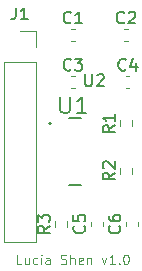
<source format=gbr>
%TF.GenerationSoftware,KiCad,Pcbnew,9.0.6*%
%TF.CreationDate,2026-02-16T11:15:55-08:00*%
%TF.ProjectId,sensor_ppg,73656e73-6f72-45f7-9070-672e6b696361,rev?*%
%TF.SameCoordinates,Original*%
%TF.FileFunction,Legend,Top*%
%TF.FilePolarity,Positive*%
%FSLAX46Y46*%
G04 Gerber Fmt 4.6, Leading zero omitted, Abs format (unit mm)*
G04 Created by KiCad (PCBNEW 9.0.6) date 2026-02-16 11:15:55*
%MOMM*%
%LPD*%
G01*
G04 APERTURE LIST*
%ADD10C,0.100000*%
%ADD11C,0.150000*%
%ADD12C,0.120000*%
%ADD13C,0.127000*%
%ADD14C,0.200000*%
G04 APERTURE END LIST*
D10*
X124137217Y-99896895D02*
X123756265Y-99896895D01*
X123756265Y-99896895D02*
X123756265Y-99096895D01*
X124746741Y-99363561D02*
X124746741Y-99896895D01*
X124403884Y-99363561D02*
X124403884Y-99782609D01*
X124403884Y-99782609D02*
X124441979Y-99858800D01*
X124441979Y-99858800D02*
X124518169Y-99896895D01*
X124518169Y-99896895D02*
X124632455Y-99896895D01*
X124632455Y-99896895D02*
X124708646Y-99858800D01*
X124708646Y-99858800D02*
X124746741Y-99820704D01*
X125470551Y-99858800D02*
X125394360Y-99896895D01*
X125394360Y-99896895D02*
X125241979Y-99896895D01*
X125241979Y-99896895D02*
X125165789Y-99858800D01*
X125165789Y-99858800D02*
X125127694Y-99820704D01*
X125127694Y-99820704D02*
X125089598Y-99744514D01*
X125089598Y-99744514D02*
X125089598Y-99515942D01*
X125089598Y-99515942D02*
X125127694Y-99439752D01*
X125127694Y-99439752D02*
X125165789Y-99401657D01*
X125165789Y-99401657D02*
X125241979Y-99363561D01*
X125241979Y-99363561D02*
X125394360Y-99363561D01*
X125394360Y-99363561D02*
X125470551Y-99401657D01*
X125813408Y-99896895D02*
X125813408Y-99363561D01*
X125813408Y-99096895D02*
X125775312Y-99134990D01*
X125775312Y-99134990D02*
X125813408Y-99173085D01*
X125813408Y-99173085D02*
X125851503Y-99134990D01*
X125851503Y-99134990D02*
X125813408Y-99096895D01*
X125813408Y-99096895D02*
X125813408Y-99173085D01*
X126537217Y-99896895D02*
X126537217Y-99477847D01*
X126537217Y-99477847D02*
X126499122Y-99401657D01*
X126499122Y-99401657D02*
X126422931Y-99363561D01*
X126422931Y-99363561D02*
X126270550Y-99363561D01*
X126270550Y-99363561D02*
X126194360Y-99401657D01*
X126537217Y-99858800D02*
X126461026Y-99896895D01*
X126461026Y-99896895D02*
X126270550Y-99896895D01*
X126270550Y-99896895D02*
X126194360Y-99858800D01*
X126194360Y-99858800D02*
X126156264Y-99782609D01*
X126156264Y-99782609D02*
X126156264Y-99706419D01*
X126156264Y-99706419D02*
X126194360Y-99630228D01*
X126194360Y-99630228D02*
X126270550Y-99592133D01*
X126270550Y-99592133D02*
X126461026Y-99592133D01*
X126461026Y-99592133D02*
X126537217Y-99554038D01*
X127489598Y-99858800D02*
X127603884Y-99896895D01*
X127603884Y-99896895D02*
X127794360Y-99896895D01*
X127794360Y-99896895D02*
X127870551Y-99858800D01*
X127870551Y-99858800D02*
X127908646Y-99820704D01*
X127908646Y-99820704D02*
X127946741Y-99744514D01*
X127946741Y-99744514D02*
X127946741Y-99668323D01*
X127946741Y-99668323D02*
X127908646Y-99592133D01*
X127908646Y-99592133D02*
X127870551Y-99554038D01*
X127870551Y-99554038D02*
X127794360Y-99515942D01*
X127794360Y-99515942D02*
X127641979Y-99477847D01*
X127641979Y-99477847D02*
X127565789Y-99439752D01*
X127565789Y-99439752D02*
X127527694Y-99401657D01*
X127527694Y-99401657D02*
X127489598Y-99325466D01*
X127489598Y-99325466D02*
X127489598Y-99249276D01*
X127489598Y-99249276D02*
X127527694Y-99173085D01*
X127527694Y-99173085D02*
X127565789Y-99134990D01*
X127565789Y-99134990D02*
X127641979Y-99096895D01*
X127641979Y-99096895D02*
X127832456Y-99096895D01*
X127832456Y-99096895D02*
X127946741Y-99134990D01*
X128289599Y-99896895D02*
X128289599Y-99096895D01*
X128632456Y-99896895D02*
X128632456Y-99477847D01*
X128632456Y-99477847D02*
X128594361Y-99401657D01*
X128594361Y-99401657D02*
X128518170Y-99363561D01*
X128518170Y-99363561D02*
X128403884Y-99363561D01*
X128403884Y-99363561D02*
X128327694Y-99401657D01*
X128327694Y-99401657D02*
X128289599Y-99439752D01*
X129318171Y-99858800D02*
X129241980Y-99896895D01*
X129241980Y-99896895D02*
X129089599Y-99896895D01*
X129089599Y-99896895D02*
X129013409Y-99858800D01*
X129013409Y-99858800D02*
X128975313Y-99782609D01*
X128975313Y-99782609D02*
X128975313Y-99477847D01*
X128975313Y-99477847D02*
X129013409Y-99401657D01*
X129013409Y-99401657D02*
X129089599Y-99363561D01*
X129089599Y-99363561D02*
X129241980Y-99363561D01*
X129241980Y-99363561D02*
X129318171Y-99401657D01*
X129318171Y-99401657D02*
X129356266Y-99477847D01*
X129356266Y-99477847D02*
X129356266Y-99554038D01*
X129356266Y-99554038D02*
X128975313Y-99630228D01*
X129699123Y-99363561D02*
X129699123Y-99896895D01*
X129699123Y-99439752D02*
X129737218Y-99401657D01*
X129737218Y-99401657D02*
X129813408Y-99363561D01*
X129813408Y-99363561D02*
X129927694Y-99363561D01*
X129927694Y-99363561D02*
X130003885Y-99401657D01*
X130003885Y-99401657D02*
X130041980Y-99477847D01*
X130041980Y-99477847D02*
X130041980Y-99896895D01*
X130956266Y-99363561D02*
X131146742Y-99896895D01*
X131146742Y-99896895D02*
X131337219Y-99363561D01*
X132061028Y-99896895D02*
X131603885Y-99896895D01*
X131832457Y-99896895D02*
X131832457Y-99096895D01*
X131832457Y-99096895D02*
X131756266Y-99211180D01*
X131756266Y-99211180D02*
X131680076Y-99287371D01*
X131680076Y-99287371D02*
X131603885Y-99325466D01*
X132403886Y-99820704D02*
X132441981Y-99858800D01*
X132441981Y-99858800D02*
X132403886Y-99896895D01*
X132403886Y-99896895D02*
X132365790Y-99858800D01*
X132365790Y-99858800D02*
X132403886Y-99820704D01*
X132403886Y-99820704D02*
X132403886Y-99896895D01*
X132937219Y-99096895D02*
X133013409Y-99096895D01*
X133013409Y-99096895D02*
X133089600Y-99134990D01*
X133089600Y-99134990D02*
X133127695Y-99173085D01*
X133127695Y-99173085D02*
X133165790Y-99249276D01*
X133165790Y-99249276D02*
X133203885Y-99401657D01*
X133203885Y-99401657D02*
X133203885Y-99592133D01*
X133203885Y-99592133D02*
X133165790Y-99744514D01*
X133165790Y-99744514D02*
X133127695Y-99820704D01*
X133127695Y-99820704D02*
X133089600Y-99858800D01*
X133089600Y-99858800D02*
X133013409Y-99896895D01*
X133013409Y-99896895D02*
X132937219Y-99896895D01*
X132937219Y-99896895D02*
X132861028Y-99858800D01*
X132861028Y-99858800D02*
X132822933Y-99820704D01*
X132822933Y-99820704D02*
X132784838Y-99744514D01*
X132784838Y-99744514D02*
X132746742Y-99592133D01*
X132746742Y-99592133D02*
X132746742Y-99401657D01*
X132746742Y-99401657D02*
X132784838Y-99249276D01*
X132784838Y-99249276D02*
X132822933Y-99173085D01*
X132822933Y-99173085D02*
X132861028Y-99134990D01*
X132861028Y-99134990D02*
X132937219Y-99096895D01*
D11*
X132024819Y-92166666D02*
X131548628Y-92499999D01*
X132024819Y-92738094D02*
X131024819Y-92738094D01*
X131024819Y-92738094D02*
X131024819Y-92357142D01*
X131024819Y-92357142D02*
X131072438Y-92261904D01*
X131072438Y-92261904D02*
X131120057Y-92214285D01*
X131120057Y-92214285D02*
X131215295Y-92166666D01*
X131215295Y-92166666D02*
X131358152Y-92166666D01*
X131358152Y-92166666D02*
X131453390Y-92214285D01*
X131453390Y-92214285D02*
X131501009Y-92261904D01*
X131501009Y-92261904D02*
X131548628Y-92357142D01*
X131548628Y-92357142D02*
X131548628Y-92738094D01*
X131120057Y-91785713D02*
X131072438Y-91738094D01*
X131072438Y-91738094D02*
X131024819Y-91642856D01*
X131024819Y-91642856D02*
X131024819Y-91404761D01*
X131024819Y-91404761D02*
X131072438Y-91309523D01*
X131072438Y-91309523D02*
X131120057Y-91261904D01*
X131120057Y-91261904D02*
X131215295Y-91214285D01*
X131215295Y-91214285D02*
X131310533Y-91214285D01*
X131310533Y-91214285D02*
X131453390Y-91261904D01*
X131453390Y-91261904D02*
X132024819Y-91833332D01*
X132024819Y-91833332D02*
X132024819Y-91214285D01*
X132024819Y-88166666D02*
X131548628Y-88499999D01*
X132024819Y-88738094D02*
X131024819Y-88738094D01*
X131024819Y-88738094D02*
X131024819Y-88357142D01*
X131024819Y-88357142D02*
X131072438Y-88261904D01*
X131072438Y-88261904D02*
X131120057Y-88214285D01*
X131120057Y-88214285D02*
X131215295Y-88166666D01*
X131215295Y-88166666D02*
X131358152Y-88166666D01*
X131358152Y-88166666D02*
X131453390Y-88214285D01*
X131453390Y-88214285D02*
X131501009Y-88261904D01*
X131501009Y-88261904D02*
X131548628Y-88357142D01*
X131548628Y-88357142D02*
X131548628Y-88738094D01*
X132024819Y-87214285D02*
X132024819Y-87785713D01*
X132024819Y-87499999D02*
X131024819Y-87499999D01*
X131024819Y-87499999D02*
X131167676Y-87595237D01*
X131167676Y-87595237D02*
X131262914Y-87690475D01*
X131262914Y-87690475D02*
X131310533Y-87785713D01*
X128333333Y-79429580D02*
X128285714Y-79477200D01*
X128285714Y-79477200D02*
X128142857Y-79524819D01*
X128142857Y-79524819D02*
X128047619Y-79524819D01*
X128047619Y-79524819D02*
X127904762Y-79477200D01*
X127904762Y-79477200D02*
X127809524Y-79381961D01*
X127809524Y-79381961D02*
X127761905Y-79286723D01*
X127761905Y-79286723D02*
X127714286Y-79096247D01*
X127714286Y-79096247D02*
X127714286Y-78953390D01*
X127714286Y-78953390D02*
X127761905Y-78762914D01*
X127761905Y-78762914D02*
X127809524Y-78667676D01*
X127809524Y-78667676D02*
X127904762Y-78572438D01*
X127904762Y-78572438D02*
X128047619Y-78524819D01*
X128047619Y-78524819D02*
X128142857Y-78524819D01*
X128142857Y-78524819D02*
X128285714Y-78572438D01*
X128285714Y-78572438D02*
X128333333Y-78620057D01*
X129285714Y-79524819D02*
X128714286Y-79524819D01*
X129000000Y-79524819D02*
X129000000Y-78524819D01*
X129000000Y-78524819D02*
X128904762Y-78667676D01*
X128904762Y-78667676D02*
X128809524Y-78762914D01*
X128809524Y-78762914D02*
X128714286Y-78810533D01*
X123666666Y-78184819D02*
X123666666Y-78899104D01*
X123666666Y-78899104D02*
X123619047Y-79041961D01*
X123619047Y-79041961D02*
X123523809Y-79137200D01*
X123523809Y-79137200D02*
X123380952Y-79184819D01*
X123380952Y-79184819D02*
X123285714Y-79184819D01*
X124666666Y-79184819D02*
X124095238Y-79184819D01*
X124380952Y-79184819D02*
X124380952Y-78184819D01*
X124380952Y-78184819D02*
X124285714Y-78327676D01*
X124285714Y-78327676D02*
X124190476Y-78422914D01*
X124190476Y-78422914D02*
X124095238Y-78470533D01*
X126524819Y-96666666D02*
X126048628Y-96999999D01*
X126524819Y-97238094D02*
X125524819Y-97238094D01*
X125524819Y-97238094D02*
X125524819Y-96857142D01*
X125524819Y-96857142D02*
X125572438Y-96761904D01*
X125572438Y-96761904D02*
X125620057Y-96714285D01*
X125620057Y-96714285D02*
X125715295Y-96666666D01*
X125715295Y-96666666D02*
X125858152Y-96666666D01*
X125858152Y-96666666D02*
X125953390Y-96714285D01*
X125953390Y-96714285D02*
X126001009Y-96761904D01*
X126001009Y-96761904D02*
X126048628Y-96857142D01*
X126048628Y-96857142D02*
X126048628Y-97238094D01*
X125524819Y-96333332D02*
X125524819Y-95714285D01*
X125524819Y-95714285D02*
X125905771Y-96047618D01*
X125905771Y-96047618D02*
X125905771Y-95904761D01*
X125905771Y-95904761D02*
X125953390Y-95809523D01*
X125953390Y-95809523D02*
X126001009Y-95761904D01*
X126001009Y-95761904D02*
X126096247Y-95714285D01*
X126096247Y-95714285D02*
X126334342Y-95714285D01*
X126334342Y-95714285D02*
X126429580Y-95761904D01*
X126429580Y-95761904D02*
X126477200Y-95809523D01*
X126477200Y-95809523D02*
X126524819Y-95904761D01*
X126524819Y-95904761D02*
X126524819Y-96190475D01*
X126524819Y-96190475D02*
X126477200Y-96285713D01*
X126477200Y-96285713D02*
X126429580Y-96333332D01*
X132429580Y-96666666D02*
X132477200Y-96714285D01*
X132477200Y-96714285D02*
X132524819Y-96857142D01*
X132524819Y-96857142D02*
X132524819Y-96952380D01*
X132524819Y-96952380D02*
X132477200Y-97095237D01*
X132477200Y-97095237D02*
X132381961Y-97190475D01*
X132381961Y-97190475D02*
X132286723Y-97238094D01*
X132286723Y-97238094D02*
X132096247Y-97285713D01*
X132096247Y-97285713D02*
X131953390Y-97285713D01*
X131953390Y-97285713D02*
X131762914Y-97238094D01*
X131762914Y-97238094D02*
X131667676Y-97190475D01*
X131667676Y-97190475D02*
X131572438Y-97095237D01*
X131572438Y-97095237D02*
X131524819Y-96952380D01*
X131524819Y-96952380D02*
X131524819Y-96857142D01*
X131524819Y-96857142D02*
X131572438Y-96714285D01*
X131572438Y-96714285D02*
X131620057Y-96666666D01*
X131524819Y-95809523D02*
X131524819Y-95999999D01*
X131524819Y-95999999D02*
X131572438Y-96095237D01*
X131572438Y-96095237D02*
X131620057Y-96142856D01*
X131620057Y-96142856D02*
X131762914Y-96238094D01*
X131762914Y-96238094D02*
X131953390Y-96285713D01*
X131953390Y-96285713D02*
X132334342Y-96285713D01*
X132334342Y-96285713D02*
X132429580Y-96238094D01*
X132429580Y-96238094D02*
X132477200Y-96190475D01*
X132477200Y-96190475D02*
X132524819Y-96095237D01*
X132524819Y-96095237D02*
X132524819Y-95904761D01*
X132524819Y-95904761D02*
X132477200Y-95809523D01*
X132477200Y-95809523D02*
X132429580Y-95761904D01*
X132429580Y-95761904D02*
X132334342Y-95714285D01*
X132334342Y-95714285D02*
X132096247Y-95714285D01*
X132096247Y-95714285D02*
X132001009Y-95761904D01*
X132001009Y-95761904D02*
X131953390Y-95809523D01*
X131953390Y-95809523D02*
X131905771Y-95904761D01*
X131905771Y-95904761D02*
X131905771Y-96095237D01*
X131905771Y-96095237D02*
X131953390Y-96190475D01*
X131953390Y-96190475D02*
X132001009Y-96238094D01*
X132001009Y-96238094D02*
X132096247Y-96285713D01*
X132833333Y-79429580D02*
X132785714Y-79477200D01*
X132785714Y-79477200D02*
X132642857Y-79524819D01*
X132642857Y-79524819D02*
X132547619Y-79524819D01*
X132547619Y-79524819D02*
X132404762Y-79477200D01*
X132404762Y-79477200D02*
X132309524Y-79381961D01*
X132309524Y-79381961D02*
X132261905Y-79286723D01*
X132261905Y-79286723D02*
X132214286Y-79096247D01*
X132214286Y-79096247D02*
X132214286Y-78953390D01*
X132214286Y-78953390D02*
X132261905Y-78762914D01*
X132261905Y-78762914D02*
X132309524Y-78667676D01*
X132309524Y-78667676D02*
X132404762Y-78572438D01*
X132404762Y-78572438D02*
X132547619Y-78524819D01*
X132547619Y-78524819D02*
X132642857Y-78524819D01*
X132642857Y-78524819D02*
X132785714Y-78572438D01*
X132785714Y-78572438D02*
X132833333Y-78620057D01*
X133214286Y-78620057D02*
X133261905Y-78572438D01*
X133261905Y-78572438D02*
X133357143Y-78524819D01*
X133357143Y-78524819D02*
X133595238Y-78524819D01*
X133595238Y-78524819D02*
X133690476Y-78572438D01*
X133690476Y-78572438D02*
X133738095Y-78620057D01*
X133738095Y-78620057D02*
X133785714Y-78715295D01*
X133785714Y-78715295D02*
X133785714Y-78810533D01*
X133785714Y-78810533D02*
X133738095Y-78953390D01*
X133738095Y-78953390D02*
X133166667Y-79524819D01*
X133166667Y-79524819D02*
X133785714Y-79524819D01*
X128333333Y-83429580D02*
X128285714Y-83477200D01*
X128285714Y-83477200D02*
X128142857Y-83524819D01*
X128142857Y-83524819D02*
X128047619Y-83524819D01*
X128047619Y-83524819D02*
X127904762Y-83477200D01*
X127904762Y-83477200D02*
X127809524Y-83381961D01*
X127809524Y-83381961D02*
X127761905Y-83286723D01*
X127761905Y-83286723D02*
X127714286Y-83096247D01*
X127714286Y-83096247D02*
X127714286Y-82953390D01*
X127714286Y-82953390D02*
X127761905Y-82762914D01*
X127761905Y-82762914D02*
X127809524Y-82667676D01*
X127809524Y-82667676D02*
X127904762Y-82572438D01*
X127904762Y-82572438D02*
X128047619Y-82524819D01*
X128047619Y-82524819D02*
X128142857Y-82524819D01*
X128142857Y-82524819D02*
X128285714Y-82572438D01*
X128285714Y-82572438D02*
X128333333Y-82620057D01*
X128666667Y-82524819D02*
X129285714Y-82524819D01*
X129285714Y-82524819D02*
X128952381Y-82905771D01*
X128952381Y-82905771D02*
X129095238Y-82905771D01*
X129095238Y-82905771D02*
X129190476Y-82953390D01*
X129190476Y-82953390D02*
X129238095Y-83001009D01*
X129238095Y-83001009D02*
X129285714Y-83096247D01*
X129285714Y-83096247D02*
X129285714Y-83334342D01*
X129285714Y-83334342D02*
X129238095Y-83429580D01*
X129238095Y-83429580D02*
X129190476Y-83477200D01*
X129190476Y-83477200D02*
X129095238Y-83524819D01*
X129095238Y-83524819D02*
X128809524Y-83524819D01*
X128809524Y-83524819D02*
X128714286Y-83477200D01*
X128714286Y-83477200D02*
X128666667Y-83429580D01*
X127433333Y-85739866D02*
X127433333Y-86873200D01*
X127433333Y-86873200D02*
X127500000Y-87006533D01*
X127500000Y-87006533D02*
X127566666Y-87073200D01*
X127566666Y-87073200D02*
X127700000Y-87139866D01*
X127700000Y-87139866D02*
X127966666Y-87139866D01*
X127966666Y-87139866D02*
X128100000Y-87073200D01*
X128100000Y-87073200D02*
X128166666Y-87006533D01*
X128166666Y-87006533D02*
X128233333Y-86873200D01*
X128233333Y-86873200D02*
X128233333Y-85739866D01*
X129633333Y-87139866D02*
X128833333Y-87139866D01*
X129233333Y-87139866D02*
X129233333Y-85739866D01*
X129233333Y-85739866D02*
X129100000Y-85939866D01*
X129100000Y-85939866D02*
X128966667Y-86073200D01*
X128966667Y-86073200D02*
X128833333Y-86139866D01*
X129542395Y-83839819D02*
X129542395Y-84649342D01*
X129542395Y-84649342D02*
X129590014Y-84744580D01*
X129590014Y-84744580D02*
X129637633Y-84792200D01*
X129637633Y-84792200D02*
X129732871Y-84839819D01*
X129732871Y-84839819D02*
X129923347Y-84839819D01*
X129923347Y-84839819D02*
X130018585Y-84792200D01*
X130018585Y-84792200D02*
X130066204Y-84744580D01*
X130066204Y-84744580D02*
X130113823Y-84649342D01*
X130113823Y-84649342D02*
X130113823Y-83839819D01*
X130542395Y-83935057D02*
X130590014Y-83887438D01*
X130590014Y-83887438D02*
X130685252Y-83839819D01*
X130685252Y-83839819D02*
X130923347Y-83839819D01*
X130923347Y-83839819D02*
X131018585Y-83887438D01*
X131018585Y-83887438D02*
X131066204Y-83935057D01*
X131066204Y-83935057D02*
X131113823Y-84030295D01*
X131113823Y-84030295D02*
X131113823Y-84125533D01*
X131113823Y-84125533D02*
X131066204Y-84268390D01*
X131066204Y-84268390D02*
X130494776Y-84839819D01*
X130494776Y-84839819D02*
X131113823Y-84839819D01*
X129429580Y-96666666D02*
X129477200Y-96714285D01*
X129477200Y-96714285D02*
X129524819Y-96857142D01*
X129524819Y-96857142D02*
X129524819Y-96952380D01*
X129524819Y-96952380D02*
X129477200Y-97095237D01*
X129477200Y-97095237D02*
X129381961Y-97190475D01*
X129381961Y-97190475D02*
X129286723Y-97238094D01*
X129286723Y-97238094D02*
X129096247Y-97285713D01*
X129096247Y-97285713D02*
X128953390Y-97285713D01*
X128953390Y-97285713D02*
X128762914Y-97238094D01*
X128762914Y-97238094D02*
X128667676Y-97190475D01*
X128667676Y-97190475D02*
X128572438Y-97095237D01*
X128572438Y-97095237D02*
X128524819Y-96952380D01*
X128524819Y-96952380D02*
X128524819Y-96857142D01*
X128524819Y-96857142D02*
X128572438Y-96714285D01*
X128572438Y-96714285D02*
X128620057Y-96666666D01*
X128524819Y-95761904D02*
X128524819Y-96238094D01*
X128524819Y-96238094D02*
X129001009Y-96285713D01*
X129001009Y-96285713D02*
X128953390Y-96238094D01*
X128953390Y-96238094D02*
X128905771Y-96142856D01*
X128905771Y-96142856D02*
X128905771Y-95904761D01*
X128905771Y-95904761D02*
X128953390Y-95809523D01*
X128953390Y-95809523D02*
X129001009Y-95761904D01*
X129001009Y-95761904D02*
X129096247Y-95714285D01*
X129096247Y-95714285D02*
X129334342Y-95714285D01*
X129334342Y-95714285D02*
X129429580Y-95761904D01*
X129429580Y-95761904D02*
X129477200Y-95809523D01*
X129477200Y-95809523D02*
X129524819Y-95904761D01*
X129524819Y-95904761D02*
X129524819Y-96142856D01*
X129524819Y-96142856D02*
X129477200Y-96238094D01*
X129477200Y-96238094D02*
X129429580Y-96285713D01*
X132970833Y-83429580D02*
X132923214Y-83477200D01*
X132923214Y-83477200D02*
X132780357Y-83524819D01*
X132780357Y-83524819D02*
X132685119Y-83524819D01*
X132685119Y-83524819D02*
X132542262Y-83477200D01*
X132542262Y-83477200D02*
X132447024Y-83381961D01*
X132447024Y-83381961D02*
X132399405Y-83286723D01*
X132399405Y-83286723D02*
X132351786Y-83096247D01*
X132351786Y-83096247D02*
X132351786Y-82953390D01*
X132351786Y-82953390D02*
X132399405Y-82762914D01*
X132399405Y-82762914D02*
X132447024Y-82667676D01*
X132447024Y-82667676D02*
X132542262Y-82572438D01*
X132542262Y-82572438D02*
X132685119Y-82524819D01*
X132685119Y-82524819D02*
X132780357Y-82524819D01*
X132780357Y-82524819D02*
X132923214Y-82572438D01*
X132923214Y-82572438D02*
X132970833Y-82620057D01*
X133827976Y-82858152D02*
X133827976Y-83524819D01*
X133589881Y-82477200D02*
X133351786Y-83191485D01*
X133351786Y-83191485D02*
X133970833Y-83191485D01*
D12*
%TO.C,R2*%
X132477500Y-92254724D02*
X132477500Y-91745276D01*
X133522500Y-92254724D02*
X133522500Y-91745276D01*
%TO.C,R1*%
X132477500Y-88254724D02*
X132477500Y-87745276D01*
X133522500Y-88254724D02*
X133522500Y-87745276D01*
%TO.C,C1*%
X128353733Y-79990000D02*
X128646267Y-79990000D01*
X128353733Y-81010000D02*
X128646267Y-81010000D01*
%TO.C,J1*%
X122670000Y-82770000D02*
X122670000Y-98070000D01*
X122670000Y-82770000D02*
X125330000Y-82770000D01*
X122670000Y-98070000D02*
X125330000Y-98070000D01*
X124000000Y-80170000D02*
X125330000Y-80170000D01*
X125330000Y-80170000D02*
X125330000Y-81500000D01*
X125330000Y-82770000D02*
X125330000Y-98070000D01*
%TO.C,R3*%
X126977500Y-96754724D02*
X126977500Y-96245276D01*
X128022500Y-96754724D02*
X128022500Y-96245276D01*
%TO.C,C6*%
X132990000Y-96646267D02*
X132990000Y-96353733D01*
X134010000Y-96646267D02*
X134010000Y-96353733D01*
%TO.C,C2*%
X132853733Y-79990000D02*
X133146267Y-79990000D01*
X132853733Y-81010000D02*
X133146267Y-81010000D01*
%TO.C,C3*%
X128353733Y-83990000D02*
X128646267Y-83990000D01*
X128353733Y-85010000D02*
X128646267Y-85010000D01*
D13*
%TO.C,U1*%
X128195000Y-87550000D02*
X129205000Y-87550000D01*
X129205000Y-93250000D02*
X128195000Y-93250000D01*
D14*
X126650000Y-88000000D02*
G75*
G02*
X126450000Y-88000000I-100000J0D01*
G01*
X126450000Y-88000000D02*
G75*
G02*
X126650000Y-88000000I100000J0D01*
G01*
%TO.C,U2*%
X132476300Y-82881000D02*
G75*
G02*
X132276300Y-82881000I-100000J0D01*
G01*
X132276300Y-82881000D02*
G75*
G02*
X132476300Y-82881000I100000J0D01*
G01*
D12*
%TO.C,C5*%
X129990000Y-96646267D02*
X129990000Y-96353733D01*
X131010000Y-96646267D02*
X131010000Y-96353733D01*
%TO.C,C4*%
X132991233Y-83990000D02*
X133283767Y-83990000D01*
X132991233Y-85010000D02*
X133283767Y-85010000D01*
%TD*%
M02*

</source>
